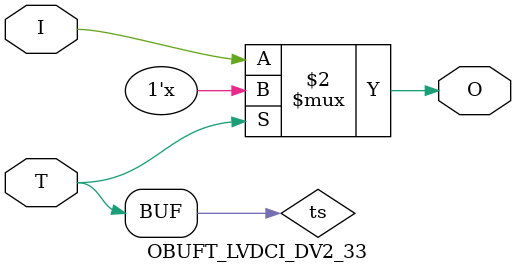
<source format=v>

/*

FUNCTION	: TRI-STATE OUTPUT BUFFER

*/

`celldefine
`timescale  100 ps / 10 ps

module OBUFT_LVDCI_DV2_33 (O, I, T);

    output O;

    input  I, T;

    or O1 (ts, 1'b0, T);
    bufif0 T1 (O, I, ts);

endmodule

</source>
